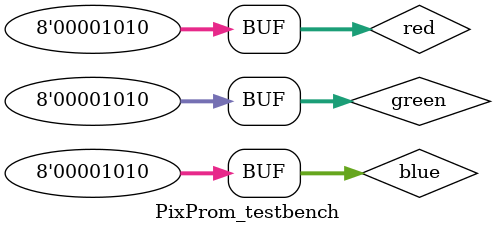
<source format=sv>
module PixProm_testbench();

logic [31:0] Pixout;
logic [7:0] red, green, blue;

PixProm dut(red, green, blue, Pixout);

initial
	begin
	
	red = 8'd0; green = 8'd5; blue = 8'd10;
	#10;
	red = 8'd10; green = 8'd10; blue = 8'd10;
	#10;
	
	end
endmodule

</source>
